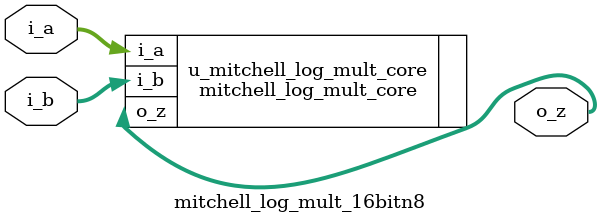
<source format=sv>
module mitchell_log_mult_16bitn8 (
    input  logic [15:0] i_a,
    input  logic [15:0] i_b,
    output logic [31:0] o_z
);

// instansiate the core module
mitchell_log_mult_core#(.W(8), .N(16)) u_mitchell_log_mult_core (
    .i_a(i_a),
    .i_b(i_b),
    .o_z(o_z)
);


endmodule : mitchell_log_mult_16bitn8
</source>
